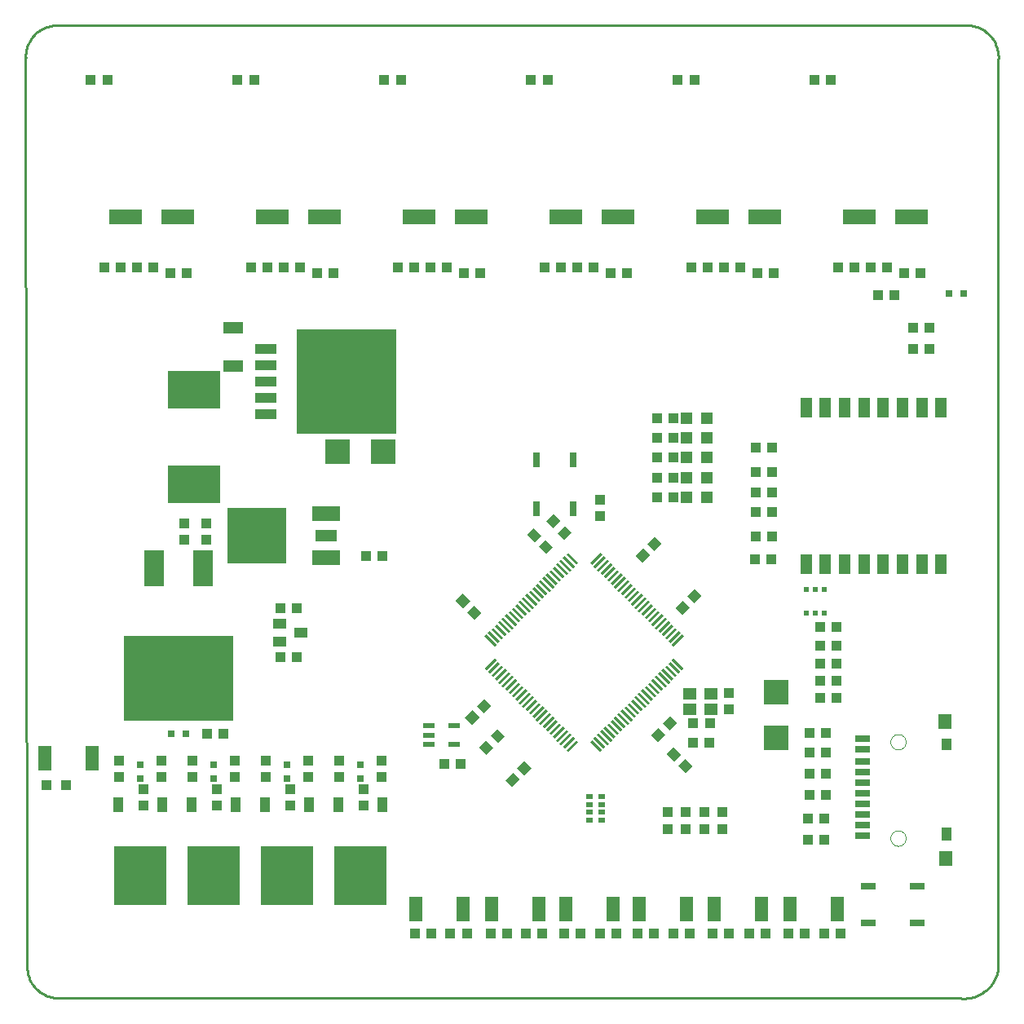
<source format=gtp>
G75*
G70*
%OFA0B0*%
%FSLAX24Y24*%
%IPPOS*%
%LPD*%
%AMOC8*
5,1,8,0,0,1.08239X$1,22.5*
%
%ADD10C,0.0100*%
%ADD11R,0.0106X0.0591*%
%ADD12R,0.0591X0.0106*%
%ADD13R,0.0551X0.0472*%
%ADD14R,0.0433X0.0394*%
%ADD15R,0.0394X0.0433*%
%ADD16R,0.0600X0.0300*%
%ADD17R,0.0472X0.0472*%
%ADD18R,0.0300X0.0600*%
%ADD19R,0.0197X0.0197*%
%ADD20R,0.2441X0.2283*%
%ADD21R,0.1181X0.0630*%
%ADD22R,0.0571X0.1024*%
%ADD23R,0.1000X0.1000*%
%ADD24R,0.4098X0.4252*%
%ADD25R,0.0850X0.0420*%
%ADD26R,0.2126X0.1575*%
%ADD27R,0.0827X0.0500*%
%ADD28R,0.0472X0.0787*%
%ADD29R,0.0315X0.0315*%
%ADD30R,0.0531X0.0591*%
%ADD31R,0.0394X0.0551*%
%ADD32R,0.0394X0.0512*%
%ADD33R,0.0591X0.0295*%
%ADD34C,0.0000*%
%ADD35R,0.1378X0.0630*%
%ADD36R,0.0820X0.1500*%
%ADD37R,0.4500X0.3500*%
%ADD38R,0.2126X0.2441*%
%ADD39R,0.0394X0.0630*%
%ADD40R,0.0880X0.0480*%
%ADD41R,0.0866X0.1417*%
%ADD42R,0.0256X0.0197*%
%ADD43R,0.0551X0.0394*%
%ADD44R,0.0472X0.0217*%
%ADD45R,0.0394X0.0394*%
D10*
X002393Y001821D02*
X002330Y038999D01*
X002331Y038998D02*
X002328Y039067D01*
X002329Y039135D01*
X002334Y039203D01*
X002343Y039271D01*
X002355Y039339D01*
X002371Y039405D01*
X002390Y039471D01*
X002413Y039535D01*
X002440Y039599D01*
X002470Y039660D01*
X002503Y039720D01*
X002539Y039778D01*
X002578Y039834D01*
X002621Y039888D01*
X002666Y039939D01*
X002714Y039988D01*
X002764Y040034D01*
X002817Y040078D01*
X002873Y040118D01*
X002930Y040156D01*
X002989Y040190D01*
X003050Y040221D01*
X003113Y040249D01*
X003177Y040273D01*
X003242Y040294D01*
X003308Y040311D01*
X003375Y040324D01*
X003443Y040334D01*
X003511Y040340D01*
X003511Y040341D02*
X040913Y040341D01*
X040983Y040333D01*
X041052Y040321D01*
X041121Y040306D01*
X041188Y040287D01*
X041255Y040264D01*
X041320Y040238D01*
X041384Y040208D01*
X041446Y040175D01*
X041506Y040138D01*
X041564Y040098D01*
X041619Y040056D01*
X041673Y040010D01*
X041724Y039961D01*
X041772Y039910D01*
X041817Y039856D01*
X041859Y039800D01*
X041898Y039741D01*
X041934Y039681D01*
X041967Y039619D01*
X041996Y039555D01*
X042022Y039489D01*
X042044Y039423D01*
X042062Y039355D01*
X042077Y039286D01*
X042088Y039217D01*
X042095Y039147D01*
X042099Y039077D01*
X042098Y039006D01*
X042094Y038936D01*
X042094Y001759D01*
X042095Y001759D02*
X042081Y001685D01*
X042063Y001613D01*
X042042Y001541D01*
X042016Y001471D01*
X041988Y001402D01*
X041955Y001334D01*
X041919Y001269D01*
X041880Y001205D01*
X041837Y001144D01*
X041792Y001085D01*
X041743Y001028D01*
X041691Y000974D01*
X041637Y000923D01*
X041580Y000874D01*
X041520Y000829D01*
X041459Y000787D01*
X041395Y000748D01*
X041329Y000712D01*
X041261Y000680D01*
X041192Y000652D01*
X041122Y000627D01*
X041050Y000606D01*
X040977Y000589D01*
X040904Y000576D01*
X040829Y000566D01*
X040755Y000561D01*
X040680Y000559D01*
X040605Y000561D01*
X040531Y000567D01*
X040457Y000577D01*
X040456Y000578D02*
X003699Y000578D01*
X003698Y000577D02*
X003629Y000578D01*
X003560Y000581D01*
X003492Y000589D01*
X003424Y000600D01*
X003356Y000615D01*
X003290Y000634D01*
X003224Y000656D01*
X003160Y000682D01*
X003098Y000711D01*
X003037Y000744D01*
X002978Y000779D01*
X002921Y000818D01*
X002866Y000860D01*
X002813Y000905D01*
X002763Y000953D01*
X002716Y001003D01*
X002671Y001056D01*
X002630Y001111D01*
X002591Y001168D01*
X002555Y001227D01*
X002523Y001288D01*
X002494Y001351D01*
X002469Y001415D01*
X002447Y001481D01*
X002429Y001547D01*
X002414Y001615D01*
X002403Y001683D01*
X002396Y001752D01*
X002392Y001821D01*
D11*
G36*
X021583Y015023D02*
X021508Y014948D01*
X021091Y015365D01*
X021166Y015440D01*
X021583Y015023D01*
G37*
G36*
X021722Y015162D02*
X021647Y015087D01*
X021230Y015504D01*
X021305Y015579D01*
X021722Y015162D01*
G37*
G36*
X021861Y015301D02*
X021786Y015226D01*
X021369Y015643D01*
X021444Y015718D01*
X021861Y015301D01*
G37*
G36*
X022000Y015441D02*
X021925Y015366D01*
X021508Y015783D01*
X021583Y015858D01*
X022000Y015441D01*
G37*
G36*
X022140Y015580D02*
X022065Y015505D01*
X021648Y015922D01*
X021723Y015997D01*
X022140Y015580D01*
G37*
G36*
X022279Y015719D02*
X022204Y015644D01*
X021787Y016061D01*
X021862Y016136D01*
X022279Y015719D01*
G37*
G36*
X022418Y015858D02*
X022343Y015783D01*
X021926Y016200D01*
X022001Y016275D01*
X022418Y015858D01*
G37*
G36*
X022557Y015997D02*
X022482Y015922D01*
X022065Y016339D01*
X022140Y016414D01*
X022557Y015997D01*
G37*
G36*
X022696Y016137D02*
X022621Y016062D01*
X022204Y016479D01*
X022279Y016554D01*
X022696Y016137D01*
G37*
G36*
X022836Y016276D02*
X022761Y016201D01*
X022344Y016618D01*
X022419Y016693D01*
X022836Y016276D01*
G37*
G36*
X022975Y016415D02*
X022900Y016340D01*
X022483Y016757D01*
X022558Y016832D01*
X022975Y016415D01*
G37*
G36*
X023114Y016554D02*
X023039Y016479D01*
X022622Y016896D01*
X022697Y016971D01*
X023114Y016554D01*
G37*
G36*
X023253Y016693D02*
X023178Y016618D01*
X022761Y017035D01*
X022836Y017110D01*
X023253Y016693D01*
G37*
G36*
X023392Y016833D02*
X023317Y016758D01*
X022900Y017175D01*
X022975Y017250D01*
X023392Y016833D01*
G37*
G36*
X023532Y016972D02*
X023457Y016897D01*
X023040Y017314D01*
X023115Y017389D01*
X023532Y016972D01*
G37*
G36*
X023671Y017111D02*
X023596Y017036D01*
X023179Y017453D01*
X023254Y017528D01*
X023671Y017111D01*
G37*
G36*
X023810Y017250D02*
X023735Y017175D01*
X023318Y017592D01*
X023393Y017667D01*
X023810Y017250D01*
G37*
G36*
X023949Y017389D02*
X023874Y017314D01*
X023457Y017731D01*
X023532Y017806D01*
X023949Y017389D01*
G37*
G36*
X024088Y017529D02*
X024013Y017454D01*
X023596Y017871D01*
X023671Y017946D01*
X024088Y017529D01*
G37*
G36*
X024227Y017668D02*
X024152Y017593D01*
X023735Y018010D01*
X023810Y018085D01*
X024227Y017668D01*
G37*
G36*
X024367Y017807D02*
X024292Y017732D01*
X023875Y018149D01*
X023950Y018224D01*
X024367Y017807D01*
G37*
G36*
X024506Y017946D02*
X024431Y017871D01*
X024014Y018288D01*
X024089Y018363D01*
X024506Y017946D01*
G37*
G36*
X024645Y018085D02*
X024570Y018010D01*
X024153Y018427D01*
X024228Y018502D01*
X024645Y018085D01*
G37*
G36*
X024784Y018225D02*
X024709Y018150D01*
X024292Y018567D01*
X024367Y018642D01*
X024784Y018225D01*
G37*
G36*
X024923Y018364D02*
X024848Y018289D01*
X024431Y018706D01*
X024506Y018781D01*
X024923Y018364D01*
G37*
G36*
X029238Y014049D02*
X029163Y013974D01*
X028746Y014391D01*
X028821Y014466D01*
X029238Y014049D01*
G37*
G36*
X029099Y013910D02*
X029024Y013835D01*
X028607Y014252D01*
X028682Y014327D01*
X029099Y013910D01*
G37*
G36*
X028960Y013770D02*
X028885Y013695D01*
X028468Y014112D01*
X028543Y014187D01*
X028960Y013770D01*
G37*
G36*
X028821Y013631D02*
X028746Y013556D01*
X028329Y013973D01*
X028404Y014048D01*
X028821Y013631D01*
G37*
G36*
X028682Y013492D02*
X028607Y013417D01*
X028190Y013834D01*
X028265Y013909D01*
X028682Y013492D01*
G37*
G36*
X028543Y013353D02*
X028468Y013278D01*
X028051Y013695D01*
X028126Y013770D01*
X028543Y013353D01*
G37*
G36*
X028403Y013214D02*
X028328Y013139D01*
X027911Y013556D01*
X027986Y013631D01*
X028403Y013214D01*
G37*
G36*
X028264Y013074D02*
X028189Y012999D01*
X027772Y013416D01*
X027847Y013491D01*
X028264Y013074D01*
G37*
G36*
X028125Y012935D02*
X028050Y012860D01*
X027633Y013277D01*
X027708Y013352D01*
X028125Y012935D01*
G37*
G36*
X027986Y012796D02*
X027911Y012721D01*
X027494Y013138D01*
X027569Y013213D01*
X027986Y012796D01*
G37*
G36*
X027847Y012657D02*
X027772Y012582D01*
X027355Y012999D01*
X027430Y013074D01*
X027847Y012657D01*
G37*
G36*
X027707Y012518D02*
X027632Y012443D01*
X027215Y012860D01*
X027290Y012935D01*
X027707Y012518D01*
G37*
G36*
X027568Y012378D02*
X027493Y012303D01*
X027076Y012720D01*
X027151Y012795D01*
X027568Y012378D01*
G37*
G36*
X027429Y012239D02*
X027354Y012164D01*
X026937Y012581D01*
X027012Y012656D01*
X027429Y012239D01*
G37*
G36*
X027290Y012100D02*
X027215Y012025D01*
X026798Y012442D01*
X026873Y012517D01*
X027290Y012100D01*
G37*
G36*
X027151Y011961D02*
X027076Y011886D01*
X026659Y012303D01*
X026734Y012378D01*
X027151Y011961D01*
G37*
G36*
X027011Y011822D02*
X026936Y011747D01*
X026519Y012164D01*
X026594Y012239D01*
X027011Y011822D01*
G37*
G36*
X026872Y011682D02*
X026797Y011607D01*
X026380Y012024D01*
X026455Y012099D01*
X026872Y011682D01*
G37*
G36*
X026733Y011543D02*
X026658Y011468D01*
X026241Y011885D01*
X026316Y011960D01*
X026733Y011543D01*
G37*
G36*
X026594Y011404D02*
X026519Y011329D01*
X026102Y011746D01*
X026177Y011821D01*
X026594Y011404D01*
G37*
G36*
X026455Y011265D02*
X026380Y011190D01*
X025963Y011607D01*
X026038Y011682D01*
X026455Y011265D01*
G37*
G36*
X026315Y011126D02*
X026240Y011051D01*
X025823Y011468D01*
X025898Y011543D01*
X026315Y011126D01*
G37*
G36*
X026176Y010986D02*
X026101Y010911D01*
X025684Y011328D01*
X025759Y011403D01*
X026176Y010986D01*
G37*
G36*
X026037Y010847D02*
X025962Y010772D01*
X025545Y011189D01*
X025620Y011264D01*
X026037Y010847D01*
G37*
G36*
X025898Y010708D02*
X025823Y010633D01*
X025406Y011050D01*
X025481Y011125D01*
X025898Y010708D01*
G37*
D12*
G36*
X024923Y011050D02*
X024506Y010633D01*
X024431Y010708D01*
X024848Y011125D01*
X024923Y011050D01*
G37*
G36*
X024784Y011189D02*
X024367Y010772D01*
X024292Y010847D01*
X024709Y011264D01*
X024784Y011189D01*
G37*
G36*
X024645Y011328D02*
X024228Y010911D01*
X024153Y010986D01*
X024570Y011403D01*
X024645Y011328D01*
G37*
G36*
X024506Y011468D02*
X024089Y011051D01*
X024014Y011126D01*
X024431Y011543D01*
X024506Y011468D01*
G37*
G36*
X024367Y011607D02*
X023950Y011190D01*
X023875Y011265D01*
X024292Y011682D01*
X024367Y011607D01*
G37*
G36*
X024227Y011746D02*
X023810Y011329D01*
X023735Y011404D01*
X024152Y011821D01*
X024227Y011746D01*
G37*
G36*
X024088Y011885D02*
X023671Y011468D01*
X023596Y011543D01*
X024013Y011960D01*
X024088Y011885D01*
G37*
G36*
X023949Y012024D02*
X023532Y011607D01*
X023457Y011682D01*
X023874Y012099D01*
X023949Y012024D01*
G37*
G36*
X023810Y012164D02*
X023393Y011747D01*
X023318Y011822D01*
X023735Y012239D01*
X023810Y012164D01*
G37*
G36*
X023671Y012303D02*
X023254Y011886D01*
X023179Y011961D01*
X023596Y012378D01*
X023671Y012303D01*
G37*
G36*
X023532Y012442D02*
X023115Y012025D01*
X023040Y012100D01*
X023457Y012517D01*
X023532Y012442D01*
G37*
G36*
X023392Y012581D02*
X022975Y012164D01*
X022900Y012239D01*
X023317Y012656D01*
X023392Y012581D01*
G37*
G36*
X023253Y012720D02*
X022836Y012303D01*
X022761Y012378D01*
X023178Y012795D01*
X023253Y012720D01*
G37*
G36*
X023114Y012860D02*
X022697Y012443D01*
X022622Y012518D01*
X023039Y012935D01*
X023114Y012860D01*
G37*
G36*
X022975Y012999D02*
X022558Y012582D01*
X022483Y012657D01*
X022900Y013074D01*
X022975Y012999D01*
G37*
G36*
X022836Y013138D02*
X022419Y012721D01*
X022344Y012796D01*
X022761Y013213D01*
X022836Y013138D01*
G37*
G36*
X022696Y013277D02*
X022279Y012860D01*
X022204Y012935D01*
X022621Y013352D01*
X022696Y013277D01*
G37*
G36*
X022557Y013416D02*
X022140Y012999D01*
X022065Y013074D01*
X022482Y013491D01*
X022557Y013416D01*
G37*
G36*
X022418Y013556D02*
X022001Y013139D01*
X021926Y013214D01*
X022343Y013631D01*
X022418Y013556D01*
G37*
G36*
X022279Y013695D02*
X021862Y013278D01*
X021787Y013353D01*
X022204Y013770D01*
X022279Y013695D01*
G37*
G36*
X022140Y013834D02*
X021723Y013417D01*
X021648Y013492D01*
X022065Y013909D01*
X022140Y013834D01*
G37*
G36*
X022000Y013973D02*
X021583Y013556D01*
X021508Y013631D01*
X021925Y014048D01*
X022000Y013973D01*
G37*
G36*
X021861Y014112D02*
X021444Y013695D01*
X021369Y013770D01*
X021786Y014187D01*
X021861Y014112D01*
G37*
G36*
X021722Y014252D02*
X021305Y013835D01*
X021230Y013910D01*
X021647Y014327D01*
X021722Y014252D01*
G37*
G36*
X021583Y014391D02*
X021166Y013974D01*
X021091Y014049D01*
X021508Y014466D01*
X021583Y014391D01*
G37*
G36*
X025898Y018706D02*
X025481Y018289D01*
X025406Y018364D01*
X025823Y018781D01*
X025898Y018706D01*
G37*
G36*
X026037Y018567D02*
X025620Y018150D01*
X025545Y018225D01*
X025962Y018642D01*
X026037Y018567D01*
G37*
G36*
X026176Y018427D02*
X025759Y018010D01*
X025684Y018085D01*
X026101Y018502D01*
X026176Y018427D01*
G37*
G36*
X026315Y018288D02*
X025898Y017871D01*
X025823Y017946D01*
X026240Y018363D01*
X026315Y018288D01*
G37*
G36*
X026455Y018149D02*
X026038Y017732D01*
X025963Y017807D01*
X026380Y018224D01*
X026455Y018149D01*
G37*
G36*
X026594Y018010D02*
X026177Y017593D01*
X026102Y017668D01*
X026519Y018085D01*
X026594Y018010D01*
G37*
G36*
X026733Y017871D02*
X026316Y017454D01*
X026241Y017529D01*
X026658Y017946D01*
X026733Y017871D01*
G37*
G36*
X026872Y017731D02*
X026455Y017314D01*
X026380Y017389D01*
X026797Y017806D01*
X026872Y017731D01*
G37*
G36*
X027011Y017592D02*
X026594Y017175D01*
X026519Y017250D01*
X026936Y017667D01*
X027011Y017592D01*
G37*
G36*
X027151Y017453D02*
X026734Y017036D01*
X026659Y017111D01*
X027076Y017528D01*
X027151Y017453D01*
G37*
G36*
X027290Y017314D02*
X026873Y016897D01*
X026798Y016972D01*
X027215Y017389D01*
X027290Y017314D01*
G37*
G36*
X027429Y017175D02*
X027012Y016758D01*
X026937Y016833D01*
X027354Y017250D01*
X027429Y017175D01*
G37*
G36*
X027568Y017035D02*
X027151Y016618D01*
X027076Y016693D01*
X027493Y017110D01*
X027568Y017035D01*
G37*
G36*
X027707Y016896D02*
X027290Y016479D01*
X027215Y016554D01*
X027632Y016971D01*
X027707Y016896D01*
G37*
G36*
X027847Y016757D02*
X027430Y016340D01*
X027355Y016415D01*
X027772Y016832D01*
X027847Y016757D01*
G37*
G36*
X027986Y016618D02*
X027569Y016201D01*
X027494Y016276D01*
X027911Y016693D01*
X027986Y016618D01*
G37*
G36*
X028125Y016479D02*
X027708Y016062D01*
X027633Y016137D01*
X028050Y016554D01*
X028125Y016479D01*
G37*
G36*
X028264Y016339D02*
X027847Y015922D01*
X027772Y015997D01*
X028189Y016414D01*
X028264Y016339D01*
G37*
G36*
X028403Y016200D02*
X027986Y015783D01*
X027911Y015858D01*
X028328Y016275D01*
X028403Y016200D01*
G37*
G36*
X028543Y016061D02*
X028126Y015644D01*
X028051Y015719D01*
X028468Y016136D01*
X028543Y016061D01*
G37*
G36*
X028682Y015922D02*
X028265Y015505D01*
X028190Y015580D01*
X028607Y015997D01*
X028682Y015922D01*
G37*
G36*
X028821Y015783D02*
X028404Y015366D01*
X028329Y015441D01*
X028746Y015858D01*
X028821Y015783D01*
G37*
G36*
X028960Y015643D02*
X028543Y015226D01*
X028468Y015301D01*
X028885Y015718D01*
X028960Y015643D01*
G37*
G36*
X029099Y015504D02*
X028682Y015087D01*
X028607Y015162D01*
X029024Y015579D01*
X029099Y015504D01*
G37*
G36*
X029238Y015365D02*
X028821Y014948D01*
X028746Y015023D01*
X029163Y015440D01*
X029238Y015365D01*
G37*
D13*
X029482Y013022D03*
X029482Y012392D03*
X030348Y012392D03*
X030348Y013022D03*
D14*
X030299Y011807D03*
X030296Y011011D03*
X029626Y011011D03*
X029630Y011807D03*
G36*
X028952Y011823D02*
X028647Y011518D01*
X028368Y011797D01*
X028673Y012102D01*
X028952Y011823D01*
G37*
G36*
X028478Y011349D02*
X028173Y011044D01*
X027894Y011323D01*
X028199Y011628D01*
X028478Y011349D01*
G37*
G36*
X028854Y010247D02*
X028549Y010552D01*
X028828Y010831D01*
X029133Y010526D01*
X028854Y010247D01*
G37*
G36*
X029327Y009774D02*
X029022Y010079D01*
X029301Y010358D01*
X029606Y010053D01*
X029327Y009774D01*
G37*
X034392Y009759D03*
X035062Y009759D03*
X035049Y008871D03*
X034379Y008871D03*
X034807Y013536D03*
X035476Y013536D03*
X035496Y015735D03*
X034826Y015735D03*
G36*
X029950Y017022D02*
X029645Y016717D01*
X029366Y016996D01*
X029671Y017301D01*
X029950Y017022D01*
G37*
G36*
X029477Y016549D02*
X029172Y016244D01*
X028893Y016523D01*
X029198Y016828D01*
X029477Y016549D01*
G37*
G36*
X027261Y018657D02*
X027566Y018962D01*
X027845Y018683D01*
X027540Y018378D01*
X027261Y018657D01*
G37*
G36*
X027734Y019131D02*
X028039Y019436D01*
X028318Y019157D01*
X028013Y018852D01*
X027734Y019131D01*
G37*
G36*
X023606Y018734D02*
X023301Y019039D01*
X023580Y019318D01*
X023885Y019013D01*
X023606Y018734D01*
G37*
G36*
X023133Y019207D02*
X022828Y019512D01*
X023107Y019791D01*
X023412Y019486D01*
X023133Y019207D01*
G37*
G36*
X020669Y016628D02*
X020974Y016323D01*
X020695Y016044D01*
X020390Y016349D01*
X020669Y016628D01*
G37*
G36*
X020196Y017101D02*
X020501Y016796D01*
X020222Y016517D01*
X019917Y016822D01*
X020196Y017101D01*
G37*
X016920Y018658D03*
X016251Y018658D03*
X009705Y019305D03*
X009705Y019975D03*
X008830Y019975D03*
X008830Y019305D03*
X009143Y010287D03*
X009143Y009618D03*
X010143Y009100D03*
X010143Y008430D03*
X010893Y009618D03*
X010893Y010287D03*
X012143Y010287D03*
X012143Y009618D03*
X013143Y009100D03*
X013143Y008430D03*
X013893Y009618D03*
X013893Y010287D03*
X015143Y010287D03*
X015143Y009618D03*
X016143Y009100D03*
X016143Y008430D03*
X016893Y009618D03*
X016893Y010287D03*
X019433Y010140D03*
X020102Y010140D03*
G36*
X020297Y012029D02*
X020602Y012334D01*
X020881Y012055D01*
X020576Y011750D01*
X020297Y012029D01*
G37*
G36*
X020770Y012502D02*
X021075Y012807D01*
X021354Y012528D01*
X021049Y012223D01*
X020770Y012502D01*
G37*
G36*
X022421Y009960D02*
X022726Y010265D01*
X023005Y009986D01*
X022700Y009681D01*
X022421Y009960D01*
G37*
G36*
X021948Y009487D02*
X022253Y009792D01*
X022532Y009513D01*
X022227Y009208D01*
X021948Y009487D01*
G37*
X022006Y003199D03*
X021336Y003199D03*
X018913Y003199D03*
X018244Y003199D03*
X024335Y003199D03*
X025004Y003199D03*
X027342Y003199D03*
X028011Y003199D03*
X030413Y003199D03*
X031082Y003199D03*
X033510Y003199D03*
X034179Y003199D03*
X032858Y023094D03*
X032188Y023094D03*
X038620Y027969D03*
X039290Y027969D03*
X036227Y030453D03*
X035558Y030453D03*
X030227Y030453D03*
X029558Y030453D03*
X024227Y030453D03*
X023558Y030453D03*
X018227Y030453D03*
X017558Y030453D03*
X012227Y030453D03*
X011558Y030453D03*
X006227Y030453D03*
X005558Y030453D03*
X005665Y038109D03*
X004995Y038109D03*
X010995Y038109D03*
X011665Y038109D03*
X016995Y038109D03*
X017665Y038109D03*
X022995Y038109D03*
X023665Y038109D03*
X028995Y038109D03*
X029665Y038109D03*
X034589Y038109D03*
X035258Y038109D03*
X007893Y010287D03*
X007893Y009618D03*
X007143Y009100D03*
X007143Y008430D03*
X006143Y009618D03*
X006143Y010287D03*
D15*
X009745Y011390D03*
X010415Y011390D03*
X012745Y014515D03*
X013415Y014515D03*
X013415Y016515D03*
X012745Y016515D03*
G36*
X021448Y010797D02*
X021169Y010518D01*
X020864Y010823D01*
X021143Y011102D01*
X021448Y010797D01*
G37*
G36*
X021921Y011270D02*
X021642Y010991D01*
X021337Y011296D01*
X021616Y011575D01*
X021921Y011270D01*
G37*
X028580Y008162D03*
X028580Y007493D03*
X029330Y007493D03*
X030080Y007493D03*
X030080Y008162D03*
X029330Y008162D03*
X030830Y008162D03*
X030830Y007493D03*
X034324Y007915D03*
X034993Y007915D03*
X034992Y007032D03*
X034323Y007032D03*
X034386Y010602D03*
X035055Y010602D03*
X035055Y011420D03*
X034386Y011420D03*
X034807Y012832D03*
X035476Y012832D03*
X035476Y014239D03*
X034807Y014239D03*
X034807Y014983D03*
X035476Y014983D03*
X032818Y018512D03*
X032149Y018512D03*
X032169Y019437D03*
X032838Y019437D03*
X032838Y020441D03*
X032169Y020441D03*
X032173Y021259D03*
X032843Y021259D03*
X032858Y022072D03*
X032188Y022072D03*
X028821Y021852D03*
X028152Y021852D03*
X028152Y022664D03*
X028821Y022664D03*
X028821Y023471D03*
X028152Y023471D03*
X028151Y024276D03*
X028820Y024276D03*
X028821Y021033D03*
X028152Y021033D03*
X025803Y020944D03*
X025803Y020275D03*
G36*
X024378Y019894D02*
X024657Y019615D01*
X024352Y019310D01*
X024073Y019589D01*
X024378Y019894D01*
G37*
G36*
X023905Y020367D02*
X024184Y020088D01*
X023879Y019783D01*
X023600Y020062D01*
X023905Y020367D01*
G37*
X031065Y013042D03*
X031065Y012372D03*
X031899Y003199D03*
X032569Y003199D03*
X034987Y003199D03*
X035656Y003199D03*
X029490Y003199D03*
X028821Y003199D03*
X026490Y003199D03*
X025821Y003199D03*
X023459Y003199D03*
X022790Y003199D03*
X020365Y003199D03*
X019696Y003199D03*
X038625Y027097D03*
X039295Y027097D03*
X037852Y029296D03*
X037183Y029296D03*
X036870Y030453D03*
X037540Y030453D03*
X038245Y030203D03*
X038915Y030203D03*
X032915Y030203D03*
X032245Y030203D03*
X031540Y030453D03*
X030870Y030453D03*
X026915Y030203D03*
X026245Y030203D03*
X025540Y030453D03*
X024870Y030453D03*
X020915Y030203D03*
X020245Y030203D03*
X019540Y030453D03*
X018870Y030453D03*
X014915Y030203D03*
X014245Y030203D03*
X013540Y030453D03*
X012870Y030453D03*
X008915Y030203D03*
X008245Y030203D03*
X007540Y030453D03*
X006870Y030453D03*
D16*
X036779Y005151D03*
X036779Y003651D03*
X038779Y003651D03*
X038779Y005151D03*
D17*
X030175Y021033D03*
X029348Y021033D03*
X029348Y021852D03*
X030175Y021852D03*
X030175Y022664D03*
X029348Y022664D03*
X029348Y023471D03*
X030175Y023471D03*
X030178Y024276D03*
X029352Y024276D03*
D18*
X024698Y022562D03*
X023198Y022562D03*
X023198Y020562D03*
X024698Y020562D03*
D19*
X034247Y017264D03*
X034621Y017264D03*
X034995Y017264D03*
X034995Y016319D03*
X034621Y016319D03*
X034247Y016319D03*
D20*
X011795Y019473D03*
D21*
X014622Y018576D03*
X014622Y020371D03*
D22*
X005043Y010390D03*
X003117Y010390D03*
X018285Y004197D03*
X020210Y004197D03*
X021377Y004197D03*
X023302Y004197D03*
X024407Y004197D03*
X026332Y004197D03*
X027414Y004197D03*
X029339Y004197D03*
X030486Y004197D03*
X032411Y004197D03*
X033574Y004197D03*
X035499Y004197D03*
D23*
X032999Y011223D03*
X032999Y013073D03*
X016934Y022910D03*
X015084Y022910D03*
D24*
X015444Y025782D03*
D25*
X012164Y025782D03*
X012164Y026452D03*
X012164Y027122D03*
X012164Y025112D03*
X012164Y024442D03*
D26*
X009202Y025444D03*
X009202Y021585D03*
D27*
X010830Y026423D03*
X010830Y027982D03*
D28*
X034241Y024697D03*
X035029Y024697D03*
X035816Y024697D03*
X036604Y024697D03*
X037391Y024697D03*
X038178Y024697D03*
X038966Y024697D03*
X039753Y024697D03*
X039753Y018319D03*
X038966Y018319D03*
X038178Y018319D03*
X037391Y018319D03*
X036604Y018319D03*
X035816Y018319D03*
X035029Y018319D03*
X034241Y018319D03*
D29*
X040097Y029390D03*
X040688Y029390D03*
X016018Y010123D03*
X016018Y009532D03*
X013018Y009532D03*
X013018Y010123D03*
X010018Y010123D03*
X010018Y009532D03*
X008875Y011390D03*
X008285Y011390D03*
X007018Y010123D03*
X007018Y009532D03*
D30*
X039928Y011862D03*
X039948Y006292D03*
D31*
X039987Y007286D03*
D32*
X039987Y010957D03*
D33*
X036533Y011173D03*
X036533Y010740D03*
X036533Y010229D03*
X036533Y009796D03*
X036533Y009362D03*
X036533Y008929D03*
X036533Y008496D03*
X036533Y008063D03*
X036533Y007630D03*
X036533Y007197D03*
D34*
X037684Y007109D02*
X037686Y007144D01*
X037692Y007179D01*
X037702Y007213D01*
X037715Y007246D01*
X037732Y007277D01*
X037753Y007305D01*
X037776Y007332D01*
X037803Y007355D01*
X037831Y007376D01*
X037862Y007393D01*
X037895Y007406D01*
X037929Y007416D01*
X037964Y007422D01*
X037999Y007424D01*
X038034Y007422D01*
X038069Y007416D01*
X038103Y007406D01*
X038136Y007393D01*
X038167Y007376D01*
X038195Y007355D01*
X038222Y007332D01*
X038245Y007305D01*
X038266Y007277D01*
X038283Y007246D01*
X038296Y007213D01*
X038306Y007179D01*
X038312Y007144D01*
X038314Y007109D01*
X038312Y007074D01*
X038306Y007039D01*
X038296Y007005D01*
X038283Y006972D01*
X038266Y006941D01*
X038245Y006913D01*
X038222Y006886D01*
X038195Y006863D01*
X038167Y006842D01*
X038136Y006825D01*
X038103Y006812D01*
X038069Y006802D01*
X038034Y006796D01*
X037999Y006794D01*
X037964Y006796D01*
X037929Y006802D01*
X037895Y006812D01*
X037862Y006825D01*
X037831Y006842D01*
X037803Y006863D01*
X037776Y006886D01*
X037753Y006913D01*
X037732Y006941D01*
X037715Y006972D01*
X037702Y007005D01*
X037692Y007039D01*
X037686Y007074D01*
X037684Y007109D01*
X037684Y011046D02*
X037686Y011081D01*
X037692Y011116D01*
X037702Y011150D01*
X037715Y011183D01*
X037732Y011214D01*
X037753Y011242D01*
X037776Y011269D01*
X037803Y011292D01*
X037831Y011313D01*
X037862Y011330D01*
X037895Y011343D01*
X037929Y011353D01*
X037964Y011359D01*
X037999Y011361D01*
X038034Y011359D01*
X038069Y011353D01*
X038103Y011343D01*
X038136Y011330D01*
X038167Y011313D01*
X038195Y011292D01*
X038222Y011269D01*
X038245Y011242D01*
X038266Y011214D01*
X038283Y011183D01*
X038296Y011150D01*
X038306Y011116D01*
X038312Y011081D01*
X038314Y011046D01*
X038312Y011011D01*
X038306Y010976D01*
X038296Y010942D01*
X038283Y010909D01*
X038266Y010878D01*
X038245Y010850D01*
X038222Y010823D01*
X038195Y010800D01*
X038167Y010779D01*
X038136Y010762D01*
X038103Y010749D01*
X038069Y010739D01*
X038034Y010733D01*
X037999Y010731D01*
X037964Y010733D01*
X037929Y010739D01*
X037895Y010749D01*
X037862Y010762D01*
X037831Y010779D01*
X037803Y010800D01*
X037776Y010823D01*
X037753Y010850D01*
X037732Y010878D01*
X037715Y010909D01*
X037702Y010942D01*
X037692Y010976D01*
X037686Y011011D01*
X037684Y011046D01*
D35*
X038549Y032515D03*
X036423Y032515D03*
X032549Y032515D03*
X030423Y032515D03*
X026549Y032515D03*
X024423Y032515D03*
X020549Y032515D03*
X018423Y032515D03*
X014549Y032515D03*
X012423Y032515D03*
X008549Y032515D03*
X006423Y032515D03*
D36*
X007580Y018140D03*
X009580Y018140D03*
D37*
X008580Y013640D03*
D38*
X010018Y005593D03*
X013018Y005593D03*
X016018Y005593D03*
X007018Y005593D03*
D39*
X007915Y008467D03*
X009120Y008467D03*
X010915Y008467D03*
X012120Y008467D03*
X013915Y008467D03*
X015120Y008467D03*
X016915Y008467D03*
X006120Y008467D03*
D40*
X014613Y018574D03*
X014613Y019484D03*
X014613Y020394D03*
D41*
X012172Y019484D03*
D42*
X025396Y008800D03*
X025396Y008485D03*
X025396Y008170D03*
X025396Y007855D03*
X025889Y007855D03*
X025889Y008170D03*
X025889Y008485D03*
X025889Y008800D03*
D43*
X013576Y015515D03*
X012709Y015141D03*
X012709Y015889D03*
D44*
X018818Y011702D03*
X018818Y011328D03*
X018818Y010953D03*
X019842Y010953D03*
X019842Y011702D03*
D45*
X003974Y009265D03*
X003186Y009265D03*
M02*

</source>
